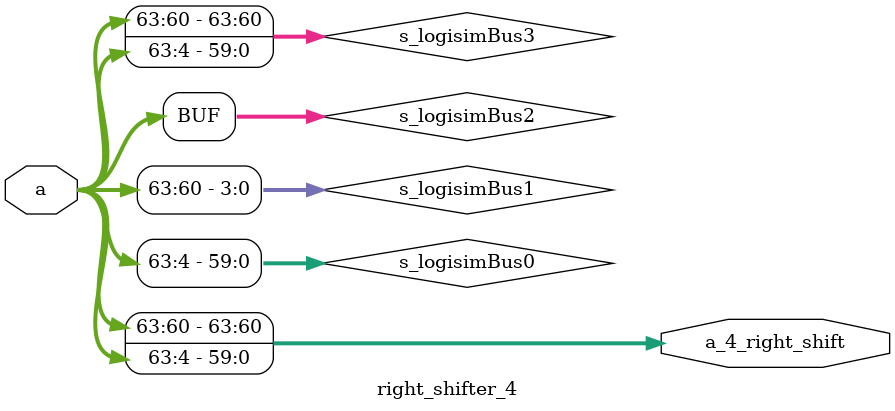
<source format=v>
/******************************************************************************
**
Logisim-evolution
goes
FPGA
automatic
generated
Verilog
code
**
**
https://github.com/logisim-evolution/
**
**
**
**
Component
:
right_shifter_4
**
**
**
*****************************************************************************/
module
right_shifter_4(
a,
a_4_right_shift
);
/*******************************************************************************
**
The
inputs
are
defined
here
**
*******************************************************************************/
input
[63:0]
a;
/*******************************************************************************
**
The
outputs
are
defined
here
**
*******************************************************************************/
output
[63:0]
a_4_right_shift;
/*******************************************************************************
**
The
wires
are
defined
here
**
*******************************************************************************/
wire
[59:0]
s_logisimBus0;
wire
[3:0]
s_logisimBus1;
wire
[63:0]
s_logisimBus2;
wire
[63:0]
s_logisimBus3;
/*******************************************************************************
**
The
module
functionality
is
described
here
**
*******************************************************************************/
/*******************************************************************************
**
Here
all
wiring
is
defined
**
*******************************************************************************/
assign
s_logisimBus0[0]
=
s_logisimBus2[4];
assign
s_logisimBus0[10]
=
s_logisimBus2[14];
assign
s_logisimBus0[11]
=
s_logisimBus2[15];
assign
s_logisimBus0[12]
=
s_logisimBus2[16];
assign
s_logisimBus0[13]
=
s_logisimBus2[17];
assign
s_logisimBus0[14]
=
s_logisimBus2[18];
assign
s_logisimBus0[15]
=
s_logisimBus2[19];
assign
s_logisimBus0[16]
=
s_logisimBus2[20];
assign
s_logisimBus0[17]
=
s_logisimBus2[21];
assign
s_logisimBus0[18]
=
s_logisimBus2[22];
assign
s_logisimBus0[19]
=
s_logisimBus2[23];
assign
s_logisimBus0[1]
=
s_logisimBus2[5];
assign
s_logisimBus0[20]
=
s_logisimBus2[24];
assign
s_logisimBus0[21]
=
s_logisimBus2[25];
assign
s_logisimBus0[22]
=
s_logisimBus2[26];
assign
s_logisimBus0[23]
=
s_logisimBus2[27];
assign
s_logisimBus0[24]
=
s_logisimBus2[28];
assign
s_logisimBus0[25]
=
s_logisimBus2[29];
assign
s_logisimBus0[26]
=
s_logisimBus2[30];
assign
s_logisimBus0[27]
=
s_logisimBus2[31];
assign
s_logisimBus0[28]
=
s_logisimBus2[32];
assign
s_logisimBus0[29]
=
s_logisimBus2[33];
assign
s_logisimBus0[2]
=
s_logisimBus2[6];
assign
s_logisimBus0[30]
=
s_logisimBus2[34];
assign
s_logisimBus0[31]
=
s_logisimBus2[35];
assign
s_logisimBus0[32]
=
s_logisimBus2[36];
assign
s_logisimBus0[33]
=
s_logisimBus2[37];
assign
s_logisimBus0[34]
=
s_logisimBus2[38];
assign
s_logisimBus0[35]
=
s_logisimBus2[39];
assign
s_logisimBus0[36]
=
s_logisimBus2[40];
assign
s_logisimBus0[37]
=
s_logisimBus2[41];
assign
s_logisimBus0[38]
=
s_logisimBus2[42];
assign
s_logisimBus0[39]
=
s_logisimBus2[43];
assign
s_logisimBus0[3]
=
s_logisimBus2[7];
assign
s_logisimBus0[40]
=
s_logisimBus2[44];
assign
s_logisimBus0[41]
=
s_logisimBus2[45];
assign
s_logisimBus0[42]
=
s_logisimBus2[46];
assign
s_logisimBus0[43]
=
s_logisimBus2[47];
assign
s_logisimBus0[44]
=
s_logisimBus2[48];
assign
s_logisimBus0[45]
=
s_logisimBus2[49];
assign
s_logisimBus0[46]
=
s_logisimBus2[50];
assign
s_logisimBus0[47]
=
s_logisimBus2[51];
assign
s_logisimBus0[48]
=
s_logisimBus2[52];
assign
s_logisimBus0[49]
=
s_logisimBus2[53];
assign
s_logisimBus0[4]
=
s_logisimBus2[8];
assign
s_logisimBus0[50]
=
s_logisimBus2[54];
assign
s_logisimBus0[51]
=
s_logisimBus2[55];
assign
s_logisimBus0[52]
=
s_logisimBus2[56];
assign
s_logisimBus0[53]
=
s_logisimBus2[57];
assign
s_logisimBus0[54]
=
s_logisimBus2[58];
assign
s_logisimBus0[55]
=
s_logisimBus2[59];
assign
s_logisimBus0[56]
=
s_logisimBus2[60];
assign
s_logisimBus0[57]
=
s_logisimBus2[61];
assign
s_logisimBus0[58]
=
s_logisimBus2[62];
assign
s_logisimBus0[59]
=
s_logisimBus2[63];
assign
s_logisimBus0[5]
=
s_logisimBus2[9];
assign
s_logisimBus0[6]
=
s_logisimBus2[10];
assign
s_logisimBus0[7]
=
s_logisimBus2[11];
assign
s_logisimBus0[8]
=
s_logisimBus2[12];
assign
s_logisimBus0[9]
=
s_logisimBus2[13];
assign
s_logisimBus1[0]
=
s_logisimBus2[60];
assign
s_logisimBus1[1]
=
s_logisimBus2[61];
assign
s_logisimBus1[2]
=
s_logisimBus2[62];
assign
s_logisimBus1[3]
=
s_logisimBus2[63];
assign
s_logisimBus3[0]
=
s_logisimBus0[0];
assign
s_logisimBus3[10]
=
s_logisimBus0[10];
assign
s_logisimBus3[11]
=
s_logisimBus0[11];
assign
s_logisimBus3[12]
=
s_logisimBus0[12];
assign
s_logisimBus3[13]
=
s_logisimBus0[13];
assign
s_logisimBus3[14]
=
s_logisimBus0[14];
assign
s_logisimBus3[15]
=
s_logisimBus0[15];
assign
s_logisimBus3[16]
=
s_logisimBus0[16];
assign
s_logisimBus3[17]
=
s_logisimBus0[17];
assign
s_logisimBus3[18]
=
s_logisimBus0[18];
assign
s_logisimBus3[19]
=
s_logisimBus0[19];
assign
s_logisimBus3[1]
=
s_logisimBus0[1];
assign
s_logisimBus3[20]
=
s_logisimBus0[20];
assign
s_logisimBus3[21]
=
s_logisimBus0[21];
assign
s_logisimBus3[22]
=
s_logisimBus0[22];
assign
s_logisimBus3[23]
=
s_logisimBus0[23];
assign
s_logisimBus3[24]
=
s_logisimBus0[24];
assign
s_logisimBus3[25]
=
s_logisimBus0[25];
assign
s_logisimBus3[26]
=
s_logisimBus0[26];
assign
s_logisimBus3[27]
=
s_logisimBus0[27];
assign
s_logisimBus3[28]
=
s_logisimBus0[28];
assign
s_logisimBus3[29]
=
s_logisimBus0[29];
assign
s_logisimBus3[2]
=
s_logisimBus0[2];
assign
s_logisimBus3[30]
=
s_logisimBus0[30];
assign
s_logisimBus3[31]
=
s_logisimBus0[31];
assign
s_logisimBus3[32]
=
s_logisimBus0[32];
assign
s_logisimBus3[33]
=
s_logisimBus0[33];
assign
s_logisimBus3[34]
=
s_logisimBus0[34];
assign
s_logisimBus3[35]
=
s_logisimBus0[35];
assign
s_logisimBus3[36]
=
s_logisimBus0[36];
assign
s_logisimBus3[37]
=
s_logisimBus0[37];
assign
s_logisimBus3[38]
=
s_logisimBus0[38];
assign
s_logisimBus3[39]
=
s_logisimBus0[39];
assign
s_logisimBus3[3]
=
s_logisimBus0[3];
assign
s_logisimBus3[40]
=
s_logisimBus0[40];
assign
s_logisimBus3[41]
=
s_logisimBus0[41];
assign
s_logisimBus3[42]
=
s_logisimBus0[42];
assign
s_logisimBus3[43]
=
s_logisimBus0[43];
assign
s_logisimBus3[44]
=
s_logisimBus0[44];
assign
s_logisimBus3[45]
=
s_logisimBus0[45];
assign
s_logisimBus3[46]
=
s_logisimBus0[46];
assign
s_logisimBus3[47]
=
s_logisimBus0[47];
assign
s_logisimBus3[48]
=
s_logisimBus0[48];
assign
s_logisimBus3[49]
=
s_logisimBus0[49];
assign
s_logisimBus3[4]
=
s_logisimBus0[4];
assign
s_logisimBus3[50]
=
s_logisimBus0[50];
assign
s_logisimBus3[51]
=
s_logisimBus0[51];
assign
s_logisimBus3[52]
=
s_logisimBus0[52];
assign
s_logisimBus3[53]
=
s_logisimBus0[53];
assign
s_logisimBus3[54]
=
s_logisimBus0[54];
assign
s_logisimBus3[55]
=
s_logisimBus0[55];
assign
s_logisimBus3[56]
=
s_logisimBus0[56];
assign
s_logisimBus3[57]
=
s_logisimBus0[57];
assign
s_logisimBus3[58]
=
s_logisimBus0[58];
assign
s_logisimBus3[59]
=
s_logisimBus0[59];
assign
s_logisimBus3[5]
=
s_logisimBus0[5];
assign
s_logisimBus3[60]
=
s_logisimBus1[0];
assign
s_logisimBus3[61]
=
s_logisimBus1[1];
assign
s_logisimBus3[62]
=
s_logisimBus1[2];
assign
s_logisimBus3[63]
=
s_logisimBus1[3];
assign
s_logisimBus3[6]
=
s_logisimBus0[6];
assign
s_logisimBus3[7]
=
s_logisimBus0[7];
assign
s_logisimBus3[8]
=
s_logisimBus0[8];
assign
s_logisimBus3[9]
=
s_logisimBus0[9];
/*******************************************************************************
**
Here
all
input
connections
are
defined
**
*******************************************************************************/
assign
s_logisimBus2[63:0]
=
a;
/*******************************************************************************
**
Here
all
output
connections
are
defined
**
*******************************************************************************/
assign
a_4_right_shift
=
s_logisimBus3[63:0];
endmodule
</source>
